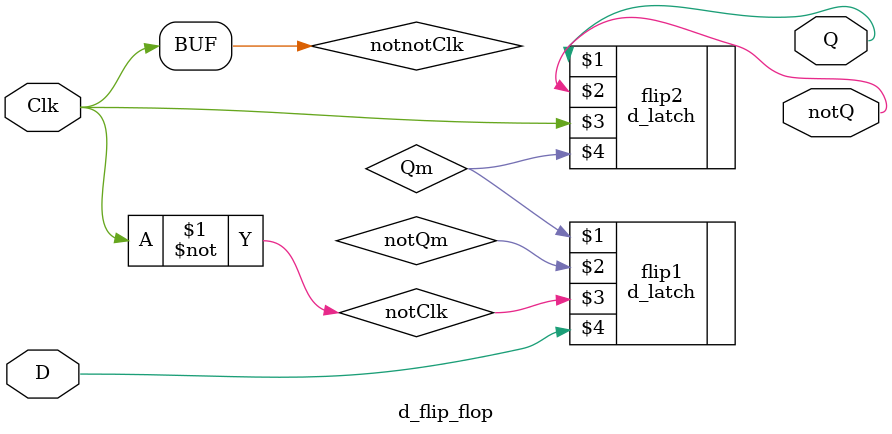
<source format=v>
`timescale 1ns/1ps //delay unit is 1ns
module d_flip_flop(Q,notQ,Clk,D);
//declare all ports
output wire Q,notQ; //outputs of slave
input wire Clk,D;

//intermediate nets 
wire notClk;
wire notnotClk;
wire Qm; //output of master
//not Qm is used in instantiation
//but left unconnected 

wire notQm;
not #2 not1(notClk,Clk);        //instantiate not gate
not #2 not2(notnotClk,notClk);  //instantiate not gate

//instantiate the D-latches
d_latch flip1(Qm,notQm,notClk,D);
d_latch flip2(Q, notQ,notnotClk,Qm);

endmodule //designate end of module
</source>
